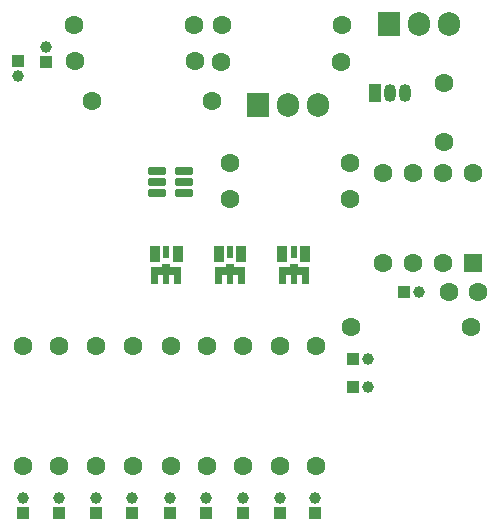
<source format=gbr>
%TF.GenerationSoftware,KiCad,Pcbnew,9.0.2*%
%TF.CreationDate,2025-07-18T12:05:27+02:00*%
%TF.ProjectId,Ligther,4c696774-6865-4722-9e6b-696361645f70,rev?*%
%TF.SameCoordinates,Original*%
%TF.FileFunction,Soldermask,Top*%
%TF.FilePolarity,Negative*%
%FSLAX46Y46*%
G04 Gerber Fmt 4.6, Leading zero omitted, Abs format (unit mm)*
G04 Created by KiCad (PCBNEW 9.0.2) date 2025-07-18 12:05:27*
%MOMM*%
%LPD*%
G01*
G04 APERTURE LIST*
G04 Aperture macros list*
%AMRoundRect*
0 Rectangle with rounded corners*
0 $1 Rounding radius*
0 $2 $3 $4 $5 $6 $7 $8 $9 X,Y pos of 4 corners*
0 Add a 4 corners polygon primitive as box body*
4,1,4,$2,$3,$4,$5,$6,$7,$8,$9,$2,$3,0*
0 Add four circle primitives for the rounded corners*
1,1,$1+$1,$2,$3*
1,1,$1+$1,$4,$5*
1,1,$1+$1,$6,$7*
1,1,$1+$1,$8,$9*
0 Add four rect primitives between the rounded corners*
20,1,$1+$1,$2,$3,$4,$5,0*
20,1,$1+$1,$4,$5,$6,$7,0*
20,1,$1+$1,$6,$7,$8,$9,0*
20,1,$1+$1,$8,$9,$2,$3,0*%
%AMFreePoly0*
4,1,17,0.300000,0.325000,1.250000,0.325000,1.250000,-1.125000,0.650000,-1.125000,0.650000,-0.325000,0.250000,-0.325000,0.250000,-1.125000,-0.250000,-1.125000,-0.250000,-0.325000,-0.650000,-0.325000,-0.650000,-1.125000,-1.250000,-1.125000,-1.250000,0.325000,-0.300000,0.325000,-0.300000,0.575000,0.300000,0.575000,0.300000,0.325000,0.300000,0.325000,$1*%
G04 Aperture macros list end*
%ADD10C,1.600000*%
%ADD11R,1.000000X1.000000*%
%ADD12C,1.000000*%
%ADD13R,0.900000X1.350000*%
%ADD14R,0.500000X1.050000*%
%ADD15FreePoly0,0.000000*%
%ADD16RoundRect,0.150000X0.650000X0.150000X-0.650000X0.150000X-0.650000X-0.150000X0.650000X-0.150000X0*%
%ADD17R,1.905000X2.000000*%
%ADD18O,1.905000X2.000000*%
%ADD19RoundRect,0.250000X0.550000X-0.550000X0.550000X0.550000X-0.550000X0.550000X-0.550000X-0.550000X0*%
%ADD20R,1.050000X1.500000*%
%ADD21O,1.050000X1.500000*%
G04 APERTURE END LIST*
D10*
%TO.C,R17*%
X109420000Y-38750000D03*
X99260000Y-38750000D03*
%TD*%
D11*
%TO.C,JP12*%
X82020000Y-38690000D03*
D12*
X82020000Y-39960000D03*
%TD*%
D10*
%TO.C,SW1*%
X86800000Y-35620000D03*
X96960000Y-35620000D03*
%TD*%
%TO.C,R7*%
X82440000Y-62840000D03*
X82440000Y-73000000D03*
%TD*%
D13*
%TO.C,D1*%
X99050000Y-55000000D03*
D14*
X100000000Y-54850000D03*
D13*
X100950000Y-55000000D03*
D15*
X100000000Y-56450000D03*
%TD*%
D10*
%TO.C,R13*%
X98040000Y-62840000D03*
X98040000Y-73000000D03*
%TD*%
D11*
%TO.C,JP6*%
X94920000Y-76980000D03*
D12*
X94920000Y-75710000D03*
%TD*%
D10*
%TO.C,R15*%
X104180000Y-62840000D03*
X104180000Y-73000000D03*
%TD*%
D12*
%TO.C,JP13*%
X111670000Y-63940000D03*
D11*
X110400000Y-63940000D03*
%TD*%
%TO.C,JP1*%
X114705000Y-58250000D03*
D12*
X115975000Y-58250000D03*
%TD*%
D11*
%TO.C,JP10*%
X107200000Y-76980000D03*
D12*
X107200000Y-75710000D03*
%TD*%
D11*
%TO.C,JP14*%
X110400000Y-66300000D03*
D12*
X111670000Y-66300000D03*
%TD*%
D10*
%TO.C,R11*%
X91760000Y-62840000D03*
X91760000Y-73000000D03*
%TD*%
D13*
%TO.C,D2*%
X104430000Y-55000000D03*
D14*
X105380000Y-54850000D03*
D13*
X106330000Y-55000000D03*
D15*
X105380000Y-56450000D03*
%TD*%
D10*
%TO.C,R9*%
X88650000Y-62840000D03*
X88650000Y-73000000D03*
%TD*%
%TO.C,R12*%
X94960000Y-62840000D03*
X94960000Y-73000000D03*
%TD*%
D11*
%TO.C,JP8*%
X101070000Y-76980000D03*
D12*
X101070000Y-75710000D03*
%TD*%
D11*
%TO.C,JP9*%
X104180000Y-76980000D03*
D12*
X104180000Y-75710000D03*
%TD*%
D11*
%TO.C,JP7*%
X97980000Y-76980000D03*
D12*
X97980000Y-75710000D03*
%TD*%
D11*
%TO.C,JP2*%
X82460000Y-76980000D03*
D12*
X82460000Y-75710000D03*
%TD*%
D10*
%TO.C,R16*%
X107240000Y-62840000D03*
X107240000Y-73000000D03*
%TD*%
D11*
%TO.C,JP11*%
X84440000Y-38720000D03*
D12*
X84440000Y-37450000D03*
%TD*%
D11*
%TO.C,JP4*%
X88630000Y-76980000D03*
D12*
X88630000Y-75710000D03*
%TD*%
D11*
%TO.C,JP5*%
X91700000Y-76980000D03*
D12*
X91700000Y-75710000D03*
%TD*%
D10*
%TO.C,R8*%
X85510000Y-62840000D03*
X85510000Y-73000000D03*
%TD*%
D16*
%TO.C,U2*%
X96130000Y-49850000D03*
X96130000Y-48900000D03*
X96130000Y-47950000D03*
X93830000Y-47950000D03*
X93830000Y-48900000D03*
X93830000Y-49850000D03*
%TD*%
D10*
%TO.C,R14*%
X101110000Y-62840000D03*
X101110000Y-73000000D03*
%TD*%
D11*
%TO.C,JP3*%
X85500000Y-76980000D03*
D12*
X85500000Y-75710000D03*
%TD*%
D13*
%TO.C,D3*%
X93650000Y-55000000D03*
D14*
X94600000Y-54850000D03*
D13*
X95550000Y-55000000D03*
D15*
X94600000Y-56450000D03*
%TD*%
D10*
%TO.C,R1*%
X86860000Y-38710000D03*
X97020000Y-38710000D03*
%TD*%
D17*
%TO.C,Q1*%
X102320000Y-42420000D03*
D18*
X104860000Y-42420000D03*
X107400000Y-42420000D03*
%TD*%
D10*
%TO.C,R2*%
X110220000Y-61160000D03*
X120380000Y-61160000D03*
%TD*%
%TO.C,R6*%
X99960000Y-50370000D03*
X110120000Y-50370000D03*
%TD*%
D19*
%TO.C,U1*%
X120580000Y-55740000D03*
D10*
X118040000Y-55740000D03*
X115500000Y-55740000D03*
X112960000Y-55740000D03*
X112960000Y-48120000D03*
X115500000Y-48120000D03*
X118040000Y-48120000D03*
X120580000Y-48120000D03*
%TD*%
%TO.C,R3*%
X109440000Y-35610000D03*
X99280000Y-35610000D03*
%TD*%
D20*
%TO.C,Q3*%
X112220000Y-41360000D03*
D21*
X113490000Y-41360000D03*
X114760000Y-41360000D03*
%TD*%
D10*
%TO.C,C1*%
X118520000Y-58270000D03*
X121020000Y-58270000D03*
%TD*%
%TO.C,C2*%
X118120000Y-45560000D03*
X118120000Y-40560000D03*
%TD*%
%TO.C,R5*%
X88280000Y-42100000D03*
X98440000Y-42100000D03*
%TD*%
D17*
%TO.C,Q2*%
X113460000Y-35570000D03*
D18*
X116000000Y-35570000D03*
X118540000Y-35570000D03*
%TD*%
D10*
%TO.C,R4*%
X99950000Y-47320000D03*
X110110000Y-47320000D03*
%TD*%
M02*

</source>
